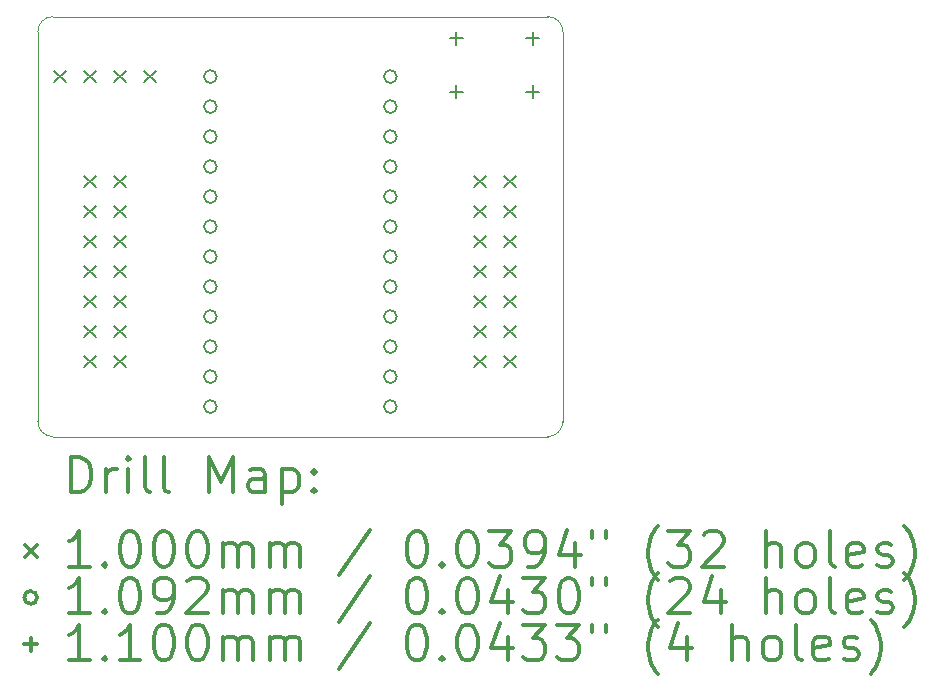
<source format=gbr>
%FSLAX45Y45*%
G04 Gerber Fmt 4.5, Leading zero omitted, Abs format (unit mm)*
G04 Created by KiCad (PCBNEW (5.1.12-1-10_14)) date 2021-12-06 09:49:11*
%MOMM*%
%LPD*%
G01*
G04 APERTURE LIST*
%TA.AperFunction,Profile*%
%ADD10C,0.120000*%
%TD*%
%ADD11C,0.200000*%
%ADD12C,0.300000*%
G04 APERTURE END LIST*
D10*
X16065500Y-4445000D02*
G75*
G02*
X16192500Y-4572000I0J-127000D01*
G01*
X11747500Y-4572000D02*
G75*
G02*
X11874500Y-4445000I127000J0D01*
G01*
X11874500Y-8001000D02*
G75*
G02*
X11747500Y-7874000I0J127000D01*
G01*
X16192500Y-7874000D02*
G75*
G02*
X16065500Y-8001000I-127000J0D01*
G01*
X11747500Y-7874000D02*
X11747500Y-4572000D01*
X16065500Y-8001000D02*
X11874500Y-8001000D01*
X16192500Y-4572000D02*
X16192500Y-7874000D01*
X11874500Y-4445000D02*
X16065500Y-4445000D01*
D11*
X11888000Y-4903000D02*
X11988000Y-5003000D01*
X11988000Y-4903000D02*
X11888000Y-5003000D01*
X12142000Y-4903000D02*
X12242000Y-5003000D01*
X12242000Y-4903000D02*
X12142000Y-5003000D01*
X12142000Y-5792000D02*
X12242000Y-5892000D01*
X12242000Y-5792000D02*
X12142000Y-5892000D01*
X12142000Y-6046000D02*
X12242000Y-6146000D01*
X12242000Y-6046000D02*
X12142000Y-6146000D01*
X12142000Y-6300000D02*
X12242000Y-6400000D01*
X12242000Y-6300000D02*
X12142000Y-6400000D01*
X12142000Y-6554000D02*
X12242000Y-6654000D01*
X12242000Y-6554000D02*
X12142000Y-6654000D01*
X12142000Y-6808000D02*
X12242000Y-6908000D01*
X12242000Y-6808000D02*
X12142000Y-6908000D01*
X12142000Y-7062000D02*
X12242000Y-7162000D01*
X12242000Y-7062000D02*
X12142000Y-7162000D01*
X12142000Y-7316000D02*
X12242000Y-7416000D01*
X12242000Y-7316000D02*
X12142000Y-7416000D01*
X12396000Y-4903000D02*
X12496000Y-5003000D01*
X12496000Y-4903000D02*
X12396000Y-5003000D01*
X12396000Y-5792000D02*
X12496000Y-5892000D01*
X12496000Y-5792000D02*
X12396000Y-5892000D01*
X12396000Y-6046000D02*
X12496000Y-6146000D01*
X12496000Y-6046000D02*
X12396000Y-6146000D01*
X12396000Y-6300000D02*
X12496000Y-6400000D01*
X12496000Y-6300000D02*
X12396000Y-6400000D01*
X12396000Y-6554000D02*
X12496000Y-6654000D01*
X12496000Y-6554000D02*
X12396000Y-6654000D01*
X12396000Y-6808000D02*
X12496000Y-6908000D01*
X12496000Y-6808000D02*
X12396000Y-6908000D01*
X12396000Y-7062000D02*
X12496000Y-7162000D01*
X12496000Y-7062000D02*
X12396000Y-7162000D01*
X12396000Y-7316000D02*
X12496000Y-7416000D01*
X12496000Y-7316000D02*
X12396000Y-7416000D01*
X12650000Y-4903000D02*
X12750000Y-5003000D01*
X12750000Y-4903000D02*
X12650000Y-5003000D01*
X15444000Y-5792000D02*
X15544000Y-5892000D01*
X15544000Y-5792000D02*
X15444000Y-5892000D01*
X15444000Y-6046000D02*
X15544000Y-6146000D01*
X15544000Y-6046000D02*
X15444000Y-6146000D01*
X15444000Y-6300000D02*
X15544000Y-6400000D01*
X15544000Y-6300000D02*
X15444000Y-6400000D01*
X15444000Y-6554000D02*
X15544000Y-6654000D01*
X15544000Y-6554000D02*
X15444000Y-6654000D01*
X15444000Y-6808000D02*
X15544000Y-6908000D01*
X15544000Y-6808000D02*
X15444000Y-6908000D01*
X15444000Y-7062000D02*
X15544000Y-7162000D01*
X15544000Y-7062000D02*
X15444000Y-7162000D01*
X15444000Y-7316000D02*
X15544000Y-7416000D01*
X15544000Y-7316000D02*
X15444000Y-7416000D01*
X15698000Y-5792000D02*
X15798000Y-5892000D01*
X15798000Y-5792000D02*
X15698000Y-5892000D01*
X15698000Y-6046000D02*
X15798000Y-6146000D01*
X15798000Y-6046000D02*
X15698000Y-6146000D01*
X15698000Y-6300000D02*
X15798000Y-6400000D01*
X15798000Y-6300000D02*
X15698000Y-6400000D01*
X15698000Y-6554000D02*
X15798000Y-6654000D01*
X15798000Y-6554000D02*
X15698000Y-6654000D01*
X15698000Y-6808000D02*
X15798000Y-6908000D01*
X15798000Y-6808000D02*
X15698000Y-6908000D01*
X15698000Y-7062000D02*
X15798000Y-7162000D01*
X15798000Y-7062000D02*
X15698000Y-7162000D01*
X15698000Y-7316000D02*
X15798000Y-7416000D01*
X15798000Y-7316000D02*
X15698000Y-7416000D01*
X13262610Y-4953000D02*
G75*
G03*
X13262610Y-4953000I-54610J0D01*
G01*
X13262610Y-5207000D02*
G75*
G03*
X13262610Y-5207000I-54610J0D01*
G01*
X13262610Y-5461000D02*
G75*
G03*
X13262610Y-5461000I-54610J0D01*
G01*
X13262610Y-5715000D02*
G75*
G03*
X13262610Y-5715000I-54610J0D01*
G01*
X13262610Y-5969000D02*
G75*
G03*
X13262610Y-5969000I-54610J0D01*
G01*
X13262610Y-6223000D02*
G75*
G03*
X13262610Y-6223000I-54610J0D01*
G01*
X13262610Y-6477000D02*
G75*
G03*
X13262610Y-6477000I-54610J0D01*
G01*
X13262610Y-6731000D02*
G75*
G03*
X13262610Y-6731000I-54610J0D01*
G01*
X13262610Y-6985000D02*
G75*
G03*
X13262610Y-6985000I-54610J0D01*
G01*
X13262610Y-7239000D02*
G75*
G03*
X13262610Y-7239000I-54610J0D01*
G01*
X13262610Y-7493000D02*
G75*
G03*
X13262610Y-7493000I-54610J0D01*
G01*
X13262610Y-7747000D02*
G75*
G03*
X13262610Y-7747000I-54610J0D01*
G01*
X14786610Y-4953000D02*
G75*
G03*
X14786610Y-4953000I-54610J0D01*
G01*
X14786610Y-5207000D02*
G75*
G03*
X14786610Y-5207000I-54610J0D01*
G01*
X14786610Y-5461000D02*
G75*
G03*
X14786610Y-5461000I-54610J0D01*
G01*
X14786610Y-5715000D02*
G75*
G03*
X14786610Y-5715000I-54610J0D01*
G01*
X14786610Y-5969000D02*
G75*
G03*
X14786610Y-5969000I-54610J0D01*
G01*
X14786610Y-6223000D02*
G75*
G03*
X14786610Y-6223000I-54610J0D01*
G01*
X14786610Y-6477000D02*
G75*
G03*
X14786610Y-6477000I-54610J0D01*
G01*
X14786610Y-6731000D02*
G75*
G03*
X14786610Y-6731000I-54610J0D01*
G01*
X14786610Y-6985000D02*
G75*
G03*
X14786610Y-6985000I-54610J0D01*
G01*
X14786610Y-7239000D02*
G75*
G03*
X14786610Y-7239000I-54610J0D01*
G01*
X14786610Y-7493000D02*
G75*
G03*
X14786610Y-7493000I-54610J0D01*
G01*
X14786610Y-7747000D02*
G75*
G03*
X14786610Y-7747000I-54610J0D01*
G01*
X15288500Y-4575000D02*
X15288500Y-4685000D01*
X15233500Y-4630000D02*
X15343500Y-4630000D01*
X15288500Y-5025000D02*
X15288500Y-5135000D01*
X15233500Y-5080000D02*
X15343500Y-5080000D01*
X15938500Y-4575000D02*
X15938500Y-4685000D01*
X15883500Y-4630000D02*
X15993500Y-4630000D01*
X15938500Y-5025000D02*
X15938500Y-5135000D01*
X15883500Y-5080000D02*
X15993500Y-5080000D01*
D12*
X12027928Y-8472714D02*
X12027928Y-8172714D01*
X12099357Y-8172714D01*
X12142214Y-8187000D01*
X12170786Y-8215571D01*
X12185071Y-8244143D01*
X12199357Y-8301286D01*
X12199357Y-8344143D01*
X12185071Y-8401286D01*
X12170786Y-8429857D01*
X12142214Y-8458429D01*
X12099357Y-8472714D01*
X12027928Y-8472714D01*
X12327928Y-8472714D02*
X12327928Y-8272714D01*
X12327928Y-8329857D02*
X12342214Y-8301286D01*
X12356500Y-8287000D01*
X12385071Y-8272714D01*
X12413643Y-8272714D01*
X12513643Y-8472714D02*
X12513643Y-8272714D01*
X12513643Y-8172714D02*
X12499357Y-8187000D01*
X12513643Y-8201286D01*
X12527928Y-8187000D01*
X12513643Y-8172714D01*
X12513643Y-8201286D01*
X12699357Y-8472714D02*
X12670786Y-8458429D01*
X12656500Y-8429857D01*
X12656500Y-8172714D01*
X12856500Y-8472714D02*
X12827928Y-8458429D01*
X12813643Y-8429857D01*
X12813643Y-8172714D01*
X13199357Y-8472714D02*
X13199357Y-8172714D01*
X13299357Y-8387000D01*
X13399357Y-8172714D01*
X13399357Y-8472714D01*
X13670786Y-8472714D02*
X13670786Y-8315571D01*
X13656500Y-8287000D01*
X13627928Y-8272714D01*
X13570786Y-8272714D01*
X13542214Y-8287000D01*
X13670786Y-8458429D02*
X13642214Y-8472714D01*
X13570786Y-8472714D01*
X13542214Y-8458429D01*
X13527928Y-8429857D01*
X13527928Y-8401286D01*
X13542214Y-8372714D01*
X13570786Y-8358429D01*
X13642214Y-8358429D01*
X13670786Y-8344143D01*
X13813643Y-8272714D02*
X13813643Y-8572714D01*
X13813643Y-8287000D02*
X13842214Y-8272714D01*
X13899357Y-8272714D01*
X13927928Y-8287000D01*
X13942214Y-8301286D01*
X13956500Y-8329857D01*
X13956500Y-8415572D01*
X13942214Y-8444143D01*
X13927928Y-8458429D01*
X13899357Y-8472714D01*
X13842214Y-8472714D01*
X13813643Y-8458429D01*
X14085071Y-8444143D02*
X14099357Y-8458429D01*
X14085071Y-8472714D01*
X14070786Y-8458429D01*
X14085071Y-8444143D01*
X14085071Y-8472714D01*
X14085071Y-8287000D02*
X14099357Y-8301286D01*
X14085071Y-8315571D01*
X14070786Y-8301286D01*
X14085071Y-8287000D01*
X14085071Y-8315571D01*
X11641500Y-8917000D02*
X11741500Y-9017000D01*
X11741500Y-8917000D02*
X11641500Y-9017000D01*
X12185071Y-9102714D02*
X12013643Y-9102714D01*
X12099357Y-9102714D02*
X12099357Y-8802714D01*
X12070786Y-8845572D01*
X12042214Y-8874143D01*
X12013643Y-8888429D01*
X12313643Y-9074143D02*
X12327928Y-9088429D01*
X12313643Y-9102714D01*
X12299357Y-9088429D01*
X12313643Y-9074143D01*
X12313643Y-9102714D01*
X12513643Y-8802714D02*
X12542214Y-8802714D01*
X12570786Y-8817000D01*
X12585071Y-8831286D01*
X12599357Y-8859857D01*
X12613643Y-8917000D01*
X12613643Y-8988429D01*
X12599357Y-9045572D01*
X12585071Y-9074143D01*
X12570786Y-9088429D01*
X12542214Y-9102714D01*
X12513643Y-9102714D01*
X12485071Y-9088429D01*
X12470786Y-9074143D01*
X12456500Y-9045572D01*
X12442214Y-8988429D01*
X12442214Y-8917000D01*
X12456500Y-8859857D01*
X12470786Y-8831286D01*
X12485071Y-8817000D01*
X12513643Y-8802714D01*
X12799357Y-8802714D02*
X12827928Y-8802714D01*
X12856500Y-8817000D01*
X12870786Y-8831286D01*
X12885071Y-8859857D01*
X12899357Y-8917000D01*
X12899357Y-8988429D01*
X12885071Y-9045572D01*
X12870786Y-9074143D01*
X12856500Y-9088429D01*
X12827928Y-9102714D01*
X12799357Y-9102714D01*
X12770786Y-9088429D01*
X12756500Y-9074143D01*
X12742214Y-9045572D01*
X12727928Y-8988429D01*
X12727928Y-8917000D01*
X12742214Y-8859857D01*
X12756500Y-8831286D01*
X12770786Y-8817000D01*
X12799357Y-8802714D01*
X13085071Y-8802714D02*
X13113643Y-8802714D01*
X13142214Y-8817000D01*
X13156500Y-8831286D01*
X13170786Y-8859857D01*
X13185071Y-8917000D01*
X13185071Y-8988429D01*
X13170786Y-9045572D01*
X13156500Y-9074143D01*
X13142214Y-9088429D01*
X13113643Y-9102714D01*
X13085071Y-9102714D01*
X13056500Y-9088429D01*
X13042214Y-9074143D01*
X13027928Y-9045572D01*
X13013643Y-8988429D01*
X13013643Y-8917000D01*
X13027928Y-8859857D01*
X13042214Y-8831286D01*
X13056500Y-8817000D01*
X13085071Y-8802714D01*
X13313643Y-9102714D02*
X13313643Y-8902714D01*
X13313643Y-8931286D02*
X13327928Y-8917000D01*
X13356500Y-8902714D01*
X13399357Y-8902714D01*
X13427928Y-8917000D01*
X13442214Y-8945572D01*
X13442214Y-9102714D01*
X13442214Y-8945572D02*
X13456500Y-8917000D01*
X13485071Y-8902714D01*
X13527928Y-8902714D01*
X13556500Y-8917000D01*
X13570786Y-8945572D01*
X13570786Y-9102714D01*
X13713643Y-9102714D02*
X13713643Y-8902714D01*
X13713643Y-8931286D02*
X13727928Y-8917000D01*
X13756500Y-8902714D01*
X13799357Y-8902714D01*
X13827928Y-8917000D01*
X13842214Y-8945572D01*
X13842214Y-9102714D01*
X13842214Y-8945572D02*
X13856500Y-8917000D01*
X13885071Y-8902714D01*
X13927928Y-8902714D01*
X13956500Y-8917000D01*
X13970786Y-8945572D01*
X13970786Y-9102714D01*
X14556500Y-8788429D02*
X14299357Y-9174143D01*
X14942214Y-8802714D02*
X14970786Y-8802714D01*
X14999357Y-8817000D01*
X15013643Y-8831286D01*
X15027928Y-8859857D01*
X15042214Y-8917000D01*
X15042214Y-8988429D01*
X15027928Y-9045572D01*
X15013643Y-9074143D01*
X14999357Y-9088429D01*
X14970786Y-9102714D01*
X14942214Y-9102714D01*
X14913643Y-9088429D01*
X14899357Y-9074143D01*
X14885071Y-9045572D01*
X14870786Y-8988429D01*
X14870786Y-8917000D01*
X14885071Y-8859857D01*
X14899357Y-8831286D01*
X14913643Y-8817000D01*
X14942214Y-8802714D01*
X15170786Y-9074143D02*
X15185071Y-9088429D01*
X15170786Y-9102714D01*
X15156500Y-9088429D01*
X15170786Y-9074143D01*
X15170786Y-9102714D01*
X15370786Y-8802714D02*
X15399357Y-8802714D01*
X15427928Y-8817000D01*
X15442214Y-8831286D01*
X15456500Y-8859857D01*
X15470786Y-8917000D01*
X15470786Y-8988429D01*
X15456500Y-9045572D01*
X15442214Y-9074143D01*
X15427928Y-9088429D01*
X15399357Y-9102714D01*
X15370786Y-9102714D01*
X15342214Y-9088429D01*
X15327928Y-9074143D01*
X15313643Y-9045572D01*
X15299357Y-8988429D01*
X15299357Y-8917000D01*
X15313643Y-8859857D01*
X15327928Y-8831286D01*
X15342214Y-8817000D01*
X15370786Y-8802714D01*
X15570786Y-8802714D02*
X15756500Y-8802714D01*
X15656500Y-8917000D01*
X15699357Y-8917000D01*
X15727928Y-8931286D01*
X15742214Y-8945572D01*
X15756500Y-8974143D01*
X15756500Y-9045572D01*
X15742214Y-9074143D01*
X15727928Y-9088429D01*
X15699357Y-9102714D01*
X15613643Y-9102714D01*
X15585071Y-9088429D01*
X15570786Y-9074143D01*
X15899357Y-9102714D02*
X15956500Y-9102714D01*
X15985071Y-9088429D01*
X15999357Y-9074143D01*
X16027928Y-9031286D01*
X16042214Y-8974143D01*
X16042214Y-8859857D01*
X16027928Y-8831286D01*
X16013643Y-8817000D01*
X15985071Y-8802714D01*
X15927928Y-8802714D01*
X15899357Y-8817000D01*
X15885071Y-8831286D01*
X15870786Y-8859857D01*
X15870786Y-8931286D01*
X15885071Y-8959857D01*
X15899357Y-8974143D01*
X15927928Y-8988429D01*
X15985071Y-8988429D01*
X16013643Y-8974143D01*
X16027928Y-8959857D01*
X16042214Y-8931286D01*
X16299357Y-8902714D02*
X16299357Y-9102714D01*
X16227928Y-8788429D02*
X16156500Y-9002714D01*
X16342214Y-9002714D01*
X16442214Y-8802714D02*
X16442214Y-8859857D01*
X16556500Y-8802714D02*
X16556500Y-8859857D01*
X16999357Y-9217000D02*
X16985071Y-9202714D01*
X16956500Y-9159857D01*
X16942214Y-9131286D01*
X16927928Y-9088429D01*
X16913643Y-9017000D01*
X16913643Y-8959857D01*
X16927928Y-8888429D01*
X16942214Y-8845572D01*
X16956500Y-8817000D01*
X16985071Y-8774143D01*
X16999357Y-8759857D01*
X17085071Y-8802714D02*
X17270786Y-8802714D01*
X17170786Y-8917000D01*
X17213643Y-8917000D01*
X17242214Y-8931286D01*
X17256500Y-8945572D01*
X17270786Y-8974143D01*
X17270786Y-9045572D01*
X17256500Y-9074143D01*
X17242214Y-9088429D01*
X17213643Y-9102714D01*
X17127928Y-9102714D01*
X17099357Y-9088429D01*
X17085071Y-9074143D01*
X17385071Y-8831286D02*
X17399357Y-8817000D01*
X17427928Y-8802714D01*
X17499357Y-8802714D01*
X17527928Y-8817000D01*
X17542214Y-8831286D01*
X17556500Y-8859857D01*
X17556500Y-8888429D01*
X17542214Y-8931286D01*
X17370786Y-9102714D01*
X17556500Y-9102714D01*
X17913643Y-9102714D02*
X17913643Y-8802714D01*
X18042214Y-9102714D02*
X18042214Y-8945572D01*
X18027928Y-8917000D01*
X17999357Y-8902714D01*
X17956500Y-8902714D01*
X17927928Y-8917000D01*
X17913643Y-8931286D01*
X18227928Y-9102714D02*
X18199357Y-9088429D01*
X18185071Y-9074143D01*
X18170786Y-9045572D01*
X18170786Y-8959857D01*
X18185071Y-8931286D01*
X18199357Y-8917000D01*
X18227928Y-8902714D01*
X18270786Y-8902714D01*
X18299357Y-8917000D01*
X18313643Y-8931286D01*
X18327928Y-8959857D01*
X18327928Y-9045572D01*
X18313643Y-9074143D01*
X18299357Y-9088429D01*
X18270786Y-9102714D01*
X18227928Y-9102714D01*
X18499357Y-9102714D02*
X18470786Y-9088429D01*
X18456500Y-9059857D01*
X18456500Y-8802714D01*
X18727928Y-9088429D02*
X18699357Y-9102714D01*
X18642214Y-9102714D01*
X18613643Y-9088429D01*
X18599357Y-9059857D01*
X18599357Y-8945572D01*
X18613643Y-8917000D01*
X18642214Y-8902714D01*
X18699357Y-8902714D01*
X18727928Y-8917000D01*
X18742214Y-8945572D01*
X18742214Y-8974143D01*
X18599357Y-9002714D01*
X18856500Y-9088429D02*
X18885071Y-9102714D01*
X18942214Y-9102714D01*
X18970786Y-9088429D01*
X18985071Y-9059857D01*
X18985071Y-9045572D01*
X18970786Y-9017000D01*
X18942214Y-9002714D01*
X18899357Y-9002714D01*
X18870786Y-8988429D01*
X18856500Y-8959857D01*
X18856500Y-8945572D01*
X18870786Y-8917000D01*
X18899357Y-8902714D01*
X18942214Y-8902714D01*
X18970786Y-8917000D01*
X19085071Y-9217000D02*
X19099357Y-9202714D01*
X19127928Y-9159857D01*
X19142214Y-9131286D01*
X19156500Y-9088429D01*
X19170786Y-9017000D01*
X19170786Y-8959857D01*
X19156500Y-8888429D01*
X19142214Y-8845572D01*
X19127928Y-8817000D01*
X19099357Y-8774143D01*
X19085071Y-8759857D01*
X11741500Y-9363000D02*
G75*
G03*
X11741500Y-9363000I-54610J0D01*
G01*
X12185071Y-9498714D02*
X12013643Y-9498714D01*
X12099357Y-9498714D02*
X12099357Y-9198714D01*
X12070786Y-9241572D01*
X12042214Y-9270143D01*
X12013643Y-9284429D01*
X12313643Y-9470143D02*
X12327928Y-9484429D01*
X12313643Y-9498714D01*
X12299357Y-9484429D01*
X12313643Y-9470143D01*
X12313643Y-9498714D01*
X12513643Y-9198714D02*
X12542214Y-9198714D01*
X12570786Y-9213000D01*
X12585071Y-9227286D01*
X12599357Y-9255857D01*
X12613643Y-9313000D01*
X12613643Y-9384429D01*
X12599357Y-9441572D01*
X12585071Y-9470143D01*
X12570786Y-9484429D01*
X12542214Y-9498714D01*
X12513643Y-9498714D01*
X12485071Y-9484429D01*
X12470786Y-9470143D01*
X12456500Y-9441572D01*
X12442214Y-9384429D01*
X12442214Y-9313000D01*
X12456500Y-9255857D01*
X12470786Y-9227286D01*
X12485071Y-9213000D01*
X12513643Y-9198714D01*
X12756500Y-9498714D02*
X12813643Y-9498714D01*
X12842214Y-9484429D01*
X12856500Y-9470143D01*
X12885071Y-9427286D01*
X12899357Y-9370143D01*
X12899357Y-9255857D01*
X12885071Y-9227286D01*
X12870786Y-9213000D01*
X12842214Y-9198714D01*
X12785071Y-9198714D01*
X12756500Y-9213000D01*
X12742214Y-9227286D01*
X12727928Y-9255857D01*
X12727928Y-9327286D01*
X12742214Y-9355857D01*
X12756500Y-9370143D01*
X12785071Y-9384429D01*
X12842214Y-9384429D01*
X12870786Y-9370143D01*
X12885071Y-9355857D01*
X12899357Y-9327286D01*
X13013643Y-9227286D02*
X13027928Y-9213000D01*
X13056500Y-9198714D01*
X13127928Y-9198714D01*
X13156500Y-9213000D01*
X13170786Y-9227286D01*
X13185071Y-9255857D01*
X13185071Y-9284429D01*
X13170786Y-9327286D01*
X12999357Y-9498714D01*
X13185071Y-9498714D01*
X13313643Y-9498714D02*
X13313643Y-9298714D01*
X13313643Y-9327286D02*
X13327928Y-9313000D01*
X13356500Y-9298714D01*
X13399357Y-9298714D01*
X13427928Y-9313000D01*
X13442214Y-9341572D01*
X13442214Y-9498714D01*
X13442214Y-9341572D02*
X13456500Y-9313000D01*
X13485071Y-9298714D01*
X13527928Y-9298714D01*
X13556500Y-9313000D01*
X13570786Y-9341572D01*
X13570786Y-9498714D01*
X13713643Y-9498714D02*
X13713643Y-9298714D01*
X13713643Y-9327286D02*
X13727928Y-9313000D01*
X13756500Y-9298714D01*
X13799357Y-9298714D01*
X13827928Y-9313000D01*
X13842214Y-9341572D01*
X13842214Y-9498714D01*
X13842214Y-9341572D02*
X13856500Y-9313000D01*
X13885071Y-9298714D01*
X13927928Y-9298714D01*
X13956500Y-9313000D01*
X13970786Y-9341572D01*
X13970786Y-9498714D01*
X14556500Y-9184429D02*
X14299357Y-9570143D01*
X14942214Y-9198714D02*
X14970786Y-9198714D01*
X14999357Y-9213000D01*
X15013643Y-9227286D01*
X15027928Y-9255857D01*
X15042214Y-9313000D01*
X15042214Y-9384429D01*
X15027928Y-9441572D01*
X15013643Y-9470143D01*
X14999357Y-9484429D01*
X14970786Y-9498714D01*
X14942214Y-9498714D01*
X14913643Y-9484429D01*
X14899357Y-9470143D01*
X14885071Y-9441572D01*
X14870786Y-9384429D01*
X14870786Y-9313000D01*
X14885071Y-9255857D01*
X14899357Y-9227286D01*
X14913643Y-9213000D01*
X14942214Y-9198714D01*
X15170786Y-9470143D02*
X15185071Y-9484429D01*
X15170786Y-9498714D01*
X15156500Y-9484429D01*
X15170786Y-9470143D01*
X15170786Y-9498714D01*
X15370786Y-9198714D02*
X15399357Y-9198714D01*
X15427928Y-9213000D01*
X15442214Y-9227286D01*
X15456500Y-9255857D01*
X15470786Y-9313000D01*
X15470786Y-9384429D01*
X15456500Y-9441572D01*
X15442214Y-9470143D01*
X15427928Y-9484429D01*
X15399357Y-9498714D01*
X15370786Y-9498714D01*
X15342214Y-9484429D01*
X15327928Y-9470143D01*
X15313643Y-9441572D01*
X15299357Y-9384429D01*
X15299357Y-9313000D01*
X15313643Y-9255857D01*
X15327928Y-9227286D01*
X15342214Y-9213000D01*
X15370786Y-9198714D01*
X15727928Y-9298714D02*
X15727928Y-9498714D01*
X15656500Y-9184429D02*
X15585071Y-9398714D01*
X15770786Y-9398714D01*
X15856500Y-9198714D02*
X16042214Y-9198714D01*
X15942214Y-9313000D01*
X15985071Y-9313000D01*
X16013643Y-9327286D01*
X16027928Y-9341572D01*
X16042214Y-9370143D01*
X16042214Y-9441572D01*
X16027928Y-9470143D01*
X16013643Y-9484429D01*
X15985071Y-9498714D01*
X15899357Y-9498714D01*
X15870786Y-9484429D01*
X15856500Y-9470143D01*
X16227928Y-9198714D02*
X16256500Y-9198714D01*
X16285071Y-9213000D01*
X16299357Y-9227286D01*
X16313643Y-9255857D01*
X16327928Y-9313000D01*
X16327928Y-9384429D01*
X16313643Y-9441572D01*
X16299357Y-9470143D01*
X16285071Y-9484429D01*
X16256500Y-9498714D01*
X16227928Y-9498714D01*
X16199357Y-9484429D01*
X16185071Y-9470143D01*
X16170786Y-9441572D01*
X16156500Y-9384429D01*
X16156500Y-9313000D01*
X16170786Y-9255857D01*
X16185071Y-9227286D01*
X16199357Y-9213000D01*
X16227928Y-9198714D01*
X16442214Y-9198714D02*
X16442214Y-9255857D01*
X16556500Y-9198714D02*
X16556500Y-9255857D01*
X16999357Y-9613000D02*
X16985071Y-9598714D01*
X16956500Y-9555857D01*
X16942214Y-9527286D01*
X16927928Y-9484429D01*
X16913643Y-9413000D01*
X16913643Y-9355857D01*
X16927928Y-9284429D01*
X16942214Y-9241572D01*
X16956500Y-9213000D01*
X16985071Y-9170143D01*
X16999357Y-9155857D01*
X17099357Y-9227286D02*
X17113643Y-9213000D01*
X17142214Y-9198714D01*
X17213643Y-9198714D01*
X17242214Y-9213000D01*
X17256500Y-9227286D01*
X17270786Y-9255857D01*
X17270786Y-9284429D01*
X17256500Y-9327286D01*
X17085071Y-9498714D01*
X17270786Y-9498714D01*
X17527928Y-9298714D02*
X17527928Y-9498714D01*
X17456500Y-9184429D02*
X17385071Y-9398714D01*
X17570786Y-9398714D01*
X17913643Y-9498714D02*
X17913643Y-9198714D01*
X18042214Y-9498714D02*
X18042214Y-9341572D01*
X18027928Y-9313000D01*
X17999357Y-9298714D01*
X17956500Y-9298714D01*
X17927928Y-9313000D01*
X17913643Y-9327286D01*
X18227928Y-9498714D02*
X18199357Y-9484429D01*
X18185071Y-9470143D01*
X18170786Y-9441572D01*
X18170786Y-9355857D01*
X18185071Y-9327286D01*
X18199357Y-9313000D01*
X18227928Y-9298714D01*
X18270786Y-9298714D01*
X18299357Y-9313000D01*
X18313643Y-9327286D01*
X18327928Y-9355857D01*
X18327928Y-9441572D01*
X18313643Y-9470143D01*
X18299357Y-9484429D01*
X18270786Y-9498714D01*
X18227928Y-9498714D01*
X18499357Y-9498714D02*
X18470786Y-9484429D01*
X18456500Y-9455857D01*
X18456500Y-9198714D01*
X18727928Y-9484429D02*
X18699357Y-9498714D01*
X18642214Y-9498714D01*
X18613643Y-9484429D01*
X18599357Y-9455857D01*
X18599357Y-9341572D01*
X18613643Y-9313000D01*
X18642214Y-9298714D01*
X18699357Y-9298714D01*
X18727928Y-9313000D01*
X18742214Y-9341572D01*
X18742214Y-9370143D01*
X18599357Y-9398714D01*
X18856500Y-9484429D02*
X18885071Y-9498714D01*
X18942214Y-9498714D01*
X18970786Y-9484429D01*
X18985071Y-9455857D01*
X18985071Y-9441572D01*
X18970786Y-9413000D01*
X18942214Y-9398714D01*
X18899357Y-9398714D01*
X18870786Y-9384429D01*
X18856500Y-9355857D01*
X18856500Y-9341572D01*
X18870786Y-9313000D01*
X18899357Y-9298714D01*
X18942214Y-9298714D01*
X18970786Y-9313000D01*
X19085071Y-9613000D02*
X19099357Y-9598714D01*
X19127928Y-9555857D01*
X19142214Y-9527286D01*
X19156500Y-9484429D01*
X19170786Y-9413000D01*
X19170786Y-9355857D01*
X19156500Y-9284429D01*
X19142214Y-9241572D01*
X19127928Y-9213000D01*
X19099357Y-9170143D01*
X19085071Y-9155857D01*
X11686500Y-9704000D02*
X11686500Y-9814000D01*
X11631500Y-9759000D02*
X11741500Y-9759000D01*
X12185071Y-9894714D02*
X12013643Y-9894714D01*
X12099357Y-9894714D02*
X12099357Y-9594714D01*
X12070786Y-9637572D01*
X12042214Y-9666143D01*
X12013643Y-9680429D01*
X12313643Y-9866143D02*
X12327928Y-9880429D01*
X12313643Y-9894714D01*
X12299357Y-9880429D01*
X12313643Y-9866143D01*
X12313643Y-9894714D01*
X12613643Y-9894714D02*
X12442214Y-9894714D01*
X12527928Y-9894714D02*
X12527928Y-9594714D01*
X12499357Y-9637572D01*
X12470786Y-9666143D01*
X12442214Y-9680429D01*
X12799357Y-9594714D02*
X12827928Y-9594714D01*
X12856500Y-9609000D01*
X12870786Y-9623286D01*
X12885071Y-9651857D01*
X12899357Y-9709000D01*
X12899357Y-9780429D01*
X12885071Y-9837572D01*
X12870786Y-9866143D01*
X12856500Y-9880429D01*
X12827928Y-9894714D01*
X12799357Y-9894714D01*
X12770786Y-9880429D01*
X12756500Y-9866143D01*
X12742214Y-9837572D01*
X12727928Y-9780429D01*
X12727928Y-9709000D01*
X12742214Y-9651857D01*
X12756500Y-9623286D01*
X12770786Y-9609000D01*
X12799357Y-9594714D01*
X13085071Y-9594714D02*
X13113643Y-9594714D01*
X13142214Y-9609000D01*
X13156500Y-9623286D01*
X13170786Y-9651857D01*
X13185071Y-9709000D01*
X13185071Y-9780429D01*
X13170786Y-9837572D01*
X13156500Y-9866143D01*
X13142214Y-9880429D01*
X13113643Y-9894714D01*
X13085071Y-9894714D01*
X13056500Y-9880429D01*
X13042214Y-9866143D01*
X13027928Y-9837572D01*
X13013643Y-9780429D01*
X13013643Y-9709000D01*
X13027928Y-9651857D01*
X13042214Y-9623286D01*
X13056500Y-9609000D01*
X13085071Y-9594714D01*
X13313643Y-9894714D02*
X13313643Y-9694714D01*
X13313643Y-9723286D02*
X13327928Y-9709000D01*
X13356500Y-9694714D01*
X13399357Y-9694714D01*
X13427928Y-9709000D01*
X13442214Y-9737572D01*
X13442214Y-9894714D01*
X13442214Y-9737572D02*
X13456500Y-9709000D01*
X13485071Y-9694714D01*
X13527928Y-9694714D01*
X13556500Y-9709000D01*
X13570786Y-9737572D01*
X13570786Y-9894714D01*
X13713643Y-9894714D02*
X13713643Y-9694714D01*
X13713643Y-9723286D02*
X13727928Y-9709000D01*
X13756500Y-9694714D01*
X13799357Y-9694714D01*
X13827928Y-9709000D01*
X13842214Y-9737572D01*
X13842214Y-9894714D01*
X13842214Y-9737572D02*
X13856500Y-9709000D01*
X13885071Y-9694714D01*
X13927928Y-9694714D01*
X13956500Y-9709000D01*
X13970786Y-9737572D01*
X13970786Y-9894714D01*
X14556500Y-9580429D02*
X14299357Y-9966143D01*
X14942214Y-9594714D02*
X14970786Y-9594714D01*
X14999357Y-9609000D01*
X15013643Y-9623286D01*
X15027928Y-9651857D01*
X15042214Y-9709000D01*
X15042214Y-9780429D01*
X15027928Y-9837572D01*
X15013643Y-9866143D01*
X14999357Y-9880429D01*
X14970786Y-9894714D01*
X14942214Y-9894714D01*
X14913643Y-9880429D01*
X14899357Y-9866143D01*
X14885071Y-9837572D01*
X14870786Y-9780429D01*
X14870786Y-9709000D01*
X14885071Y-9651857D01*
X14899357Y-9623286D01*
X14913643Y-9609000D01*
X14942214Y-9594714D01*
X15170786Y-9866143D02*
X15185071Y-9880429D01*
X15170786Y-9894714D01*
X15156500Y-9880429D01*
X15170786Y-9866143D01*
X15170786Y-9894714D01*
X15370786Y-9594714D02*
X15399357Y-9594714D01*
X15427928Y-9609000D01*
X15442214Y-9623286D01*
X15456500Y-9651857D01*
X15470786Y-9709000D01*
X15470786Y-9780429D01*
X15456500Y-9837572D01*
X15442214Y-9866143D01*
X15427928Y-9880429D01*
X15399357Y-9894714D01*
X15370786Y-9894714D01*
X15342214Y-9880429D01*
X15327928Y-9866143D01*
X15313643Y-9837572D01*
X15299357Y-9780429D01*
X15299357Y-9709000D01*
X15313643Y-9651857D01*
X15327928Y-9623286D01*
X15342214Y-9609000D01*
X15370786Y-9594714D01*
X15727928Y-9694714D02*
X15727928Y-9894714D01*
X15656500Y-9580429D02*
X15585071Y-9794714D01*
X15770786Y-9794714D01*
X15856500Y-9594714D02*
X16042214Y-9594714D01*
X15942214Y-9709000D01*
X15985071Y-9709000D01*
X16013643Y-9723286D01*
X16027928Y-9737572D01*
X16042214Y-9766143D01*
X16042214Y-9837572D01*
X16027928Y-9866143D01*
X16013643Y-9880429D01*
X15985071Y-9894714D01*
X15899357Y-9894714D01*
X15870786Y-9880429D01*
X15856500Y-9866143D01*
X16142214Y-9594714D02*
X16327928Y-9594714D01*
X16227928Y-9709000D01*
X16270786Y-9709000D01*
X16299357Y-9723286D01*
X16313643Y-9737572D01*
X16327928Y-9766143D01*
X16327928Y-9837572D01*
X16313643Y-9866143D01*
X16299357Y-9880429D01*
X16270786Y-9894714D01*
X16185071Y-9894714D01*
X16156500Y-9880429D01*
X16142214Y-9866143D01*
X16442214Y-9594714D02*
X16442214Y-9651857D01*
X16556500Y-9594714D02*
X16556500Y-9651857D01*
X16999357Y-10009000D02*
X16985071Y-9994714D01*
X16956500Y-9951857D01*
X16942214Y-9923286D01*
X16927928Y-9880429D01*
X16913643Y-9809000D01*
X16913643Y-9751857D01*
X16927928Y-9680429D01*
X16942214Y-9637572D01*
X16956500Y-9609000D01*
X16985071Y-9566143D01*
X16999357Y-9551857D01*
X17242214Y-9694714D02*
X17242214Y-9894714D01*
X17170786Y-9580429D02*
X17099357Y-9794714D01*
X17285071Y-9794714D01*
X17627928Y-9894714D02*
X17627928Y-9594714D01*
X17756500Y-9894714D02*
X17756500Y-9737572D01*
X17742214Y-9709000D01*
X17713643Y-9694714D01*
X17670786Y-9694714D01*
X17642214Y-9709000D01*
X17627928Y-9723286D01*
X17942214Y-9894714D02*
X17913643Y-9880429D01*
X17899357Y-9866143D01*
X17885071Y-9837572D01*
X17885071Y-9751857D01*
X17899357Y-9723286D01*
X17913643Y-9709000D01*
X17942214Y-9694714D01*
X17985071Y-9694714D01*
X18013643Y-9709000D01*
X18027928Y-9723286D01*
X18042214Y-9751857D01*
X18042214Y-9837572D01*
X18027928Y-9866143D01*
X18013643Y-9880429D01*
X17985071Y-9894714D01*
X17942214Y-9894714D01*
X18213643Y-9894714D02*
X18185071Y-9880429D01*
X18170786Y-9851857D01*
X18170786Y-9594714D01*
X18442214Y-9880429D02*
X18413643Y-9894714D01*
X18356500Y-9894714D01*
X18327928Y-9880429D01*
X18313643Y-9851857D01*
X18313643Y-9737572D01*
X18327928Y-9709000D01*
X18356500Y-9694714D01*
X18413643Y-9694714D01*
X18442214Y-9709000D01*
X18456500Y-9737572D01*
X18456500Y-9766143D01*
X18313643Y-9794714D01*
X18570786Y-9880429D02*
X18599357Y-9894714D01*
X18656500Y-9894714D01*
X18685071Y-9880429D01*
X18699357Y-9851857D01*
X18699357Y-9837572D01*
X18685071Y-9809000D01*
X18656500Y-9794714D01*
X18613643Y-9794714D01*
X18585071Y-9780429D01*
X18570786Y-9751857D01*
X18570786Y-9737572D01*
X18585071Y-9709000D01*
X18613643Y-9694714D01*
X18656500Y-9694714D01*
X18685071Y-9709000D01*
X18799357Y-10009000D02*
X18813643Y-9994714D01*
X18842214Y-9951857D01*
X18856500Y-9923286D01*
X18870786Y-9880429D01*
X18885071Y-9809000D01*
X18885071Y-9751857D01*
X18870786Y-9680429D01*
X18856500Y-9637572D01*
X18842214Y-9609000D01*
X18813643Y-9566143D01*
X18799357Y-9551857D01*
M02*

</source>
